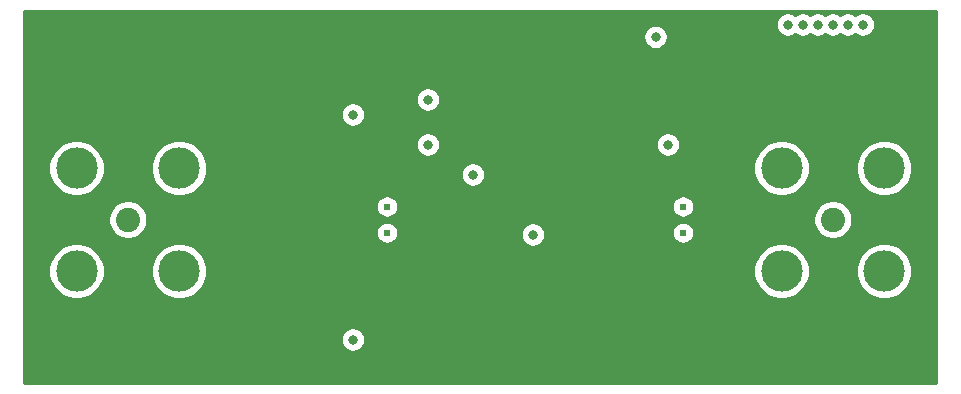
<source format=gbr>
G04 #@! TF.GenerationSoftware,KiCad,Pcbnew,5.1.5-52549c5~84~ubuntu18.04.1*
G04 #@! TF.CreationDate,2020-02-07T09:47:04+09:30*
G04 #@! TF.ProjectId,frontend,66726f6e-7465-46e6-942e-6b696361645f,rev?*
G04 #@! TF.SameCoordinates,Original*
G04 #@! TF.FileFunction,Copper,L2,Bot*
G04 #@! TF.FilePolarity,Positive*
%FSLAX46Y46*%
G04 Gerber Fmt 4.6, Leading zero omitted, Abs format (unit mm)*
G04 Created by KiCad (PCBNEW 5.1.5-52549c5~84~ubuntu18.04.1) date 2020-02-07 09:47:04*
%MOMM*%
%LPD*%
G04 APERTURE LIST*
%ADD10C,3.500000*%
%ADD11C,2.050000*%
%ADD12C,0.610000*%
%ADD13C,0.800000*%
%ADD14C,0.254000*%
G04 APERTURE END LIST*
D10*
X234220000Y-123920000D03*
X225520000Y-123920000D03*
X225520000Y-132620000D03*
D11*
X229870000Y-128270000D03*
D10*
X234220000Y-132620000D03*
D12*
X192125000Y-127165000D03*
X192125000Y-129375000D03*
D10*
X174530000Y-132620000D03*
D11*
X170180000Y-128270000D03*
D10*
X165830000Y-132620000D03*
X165830000Y-123920000D03*
X174530000Y-123920000D03*
D12*
X217170000Y-127165000D03*
X217170000Y-129375000D03*
D13*
X226060000Y-111760000D03*
X227330000Y-111760000D03*
X232410000Y-111760000D03*
X231140000Y-111760000D03*
X228600000Y-111760000D03*
X229870000Y-111760000D03*
X204470000Y-129540000D03*
X215900000Y-121920000D03*
X214860000Y-112800000D03*
X195580000Y-118110000D03*
X189230000Y-138430000D03*
X189230000Y-119380000D03*
X199390000Y-124460000D03*
X195580000Y-121920000D03*
D14*
G36*
X238633000Y-142113000D02*
G01*
X161417000Y-142113000D01*
X161417000Y-138328061D01*
X188195000Y-138328061D01*
X188195000Y-138531939D01*
X188234774Y-138731898D01*
X188312795Y-138920256D01*
X188426063Y-139089774D01*
X188570226Y-139233937D01*
X188739744Y-139347205D01*
X188928102Y-139425226D01*
X189128061Y-139465000D01*
X189331939Y-139465000D01*
X189531898Y-139425226D01*
X189720256Y-139347205D01*
X189889774Y-139233937D01*
X190033937Y-139089774D01*
X190147205Y-138920256D01*
X190225226Y-138731898D01*
X190265000Y-138531939D01*
X190265000Y-138328061D01*
X190225226Y-138128102D01*
X190147205Y-137939744D01*
X190033937Y-137770226D01*
X189889774Y-137626063D01*
X189720256Y-137512795D01*
X189531898Y-137434774D01*
X189331939Y-137395000D01*
X189128061Y-137395000D01*
X188928102Y-137434774D01*
X188739744Y-137512795D01*
X188570226Y-137626063D01*
X188426063Y-137770226D01*
X188312795Y-137939744D01*
X188234774Y-138128102D01*
X188195000Y-138328061D01*
X161417000Y-138328061D01*
X161417000Y-132385098D01*
X163445000Y-132385098D01*
X163445000Y-132854902D01*
X163536654Y-133315679D01*
X163716440Y-133749721D01*
X163977450Y-134140349D01*
X164309651Y-134472550D01*
X164700279Y-134733560D01*
X165134321Y-134913346D01*
X165595098Y-135005000D01*
X166064902Y-135005000D01*
X166525679Y-134913346D01*
X166959721Y-134733560D01*
X167350349Y-134472550D01*
X167682550Y-134140349D01*
X167943560Y-133749721D01*
X168123346Y-133315679D01*
X168215000Y-132854902D01*
X168215000Y-132385098D01*
X172145000Y-132385098D01*
X172145000Y-132854902D01*
X172236654Y-133315679D01*
X172416440Y-133749721D01*
X172677450Y-134140349D01*
X173009651Y-134472550D01*
X173400279Y-134733560D01*
X173834321Y-134913346D01*
X174295098Y-135005000D01*
X174764902Y-135005000D01*
X175225679Y-134913346D01*
X175659721Y-134733560D01*
X176050349Y-134472550D01*
X176382550Y-134140349D01*
X176643560Y-133749721D01*
X176823346Y-133315679D01*
X176915000Y-132854902D01*
X176915000Y-132385098D01*
X223135000Y-132385098D01*
X223135000Y-132854902D01*
X223226654Y-133315679D01*
X223406440Y-133749721D01*
X223667450Y-134140349D01*
X223999651Y-134472550D01*
X224390279Y-134733560D01*
X224824321Y-134913346D01*
X225285098Y-135005000D01*
X225754902Y-135005000D01*
X226215679Y-134913346D01*
X226649721Y-134733560D01*
X227040349Y-134472550D01*
X227372550Y-134140349D01*
X227633560Y-133749721D01*
X227813346Y-133315679D01*
X227905000Y-132854902D01*
X227905000Y-132385098D01*
X231835000Y-132385098D01*
X231835000Y-132854902D01*
X231926654Y-133315679D01*
X232106440Y-133749721D01*
X232367450Y-134140349D01*
X232699651Y-134472550D01*
X233090279Y-134733560D01*
X233524321Y-134913346D01*
X233985098Y-135005000D01*
X234454902Y-135005000D01*
X234915679Y-134913346D01*
X235349721Y-134733560D01*
X235740349Y-134472550D01*
X236072550Y-134140349D01*
X236333560Y-133749721D01*
X236513346Y-133315679D01*
X236605000Y-132854902D01*
X236605000Y-132385098D01*
X236513346Y-131924321D01*
X236333560Y-131490279D01*
X236072550Y-131099651D01*
X235740349Y-130767450D01*
X235349721Y-130506440D01*
X234915679Y-130326654D01*
X234454902Y-130235000D01*
X233985098Y-130235000D01*
X233524321Y-130326654D01*
X233090279Y-130506440D01*
X232699651Y-130767450D01*
X232367450Y-131099651D01*
X232106440Y-131490279D01*
X231926654Y-131924321D01*
X231835000Y-132385098D01*
X227905000Y-132385098D01*
X227813346Y-131924321D01*
X227633560Y-131490279D01*
X227372550Y-131099651D01*
X227040349Y-130767450D01*
X226649721Y-130506440D01*
X226215679Y-130326654D01*
X225754902Y-130235000D01*
X225285098Y-130235000D01*
X224824321Y-130326654D01*
X224390279Y-130506440D01*
X223999651Y-130767450D01*
X223667450Y-131099651D01*
X223406440Y-131490279D01*
X223226654Y-131924321D01*
X223135000Y-132385098D01*
X176915000Y-132385098D01*
X176823346Y-131924321D01*
X176643560Y-131490279D01*
X176382550Y-131099651D01*
X176050349Y-130767450D01*
X175659721Y-130506440D01*
X175225679Y-130326654D01*
X174764902Y-130235000D01*
X174295098Y-130235000D01*
X173834321Y-130326654D01*
X173400279Y-130506440D01*
X173009651Y-130767450D01*
X172677450Y-131099651D01*
X172416440Y-131490279D01*
X172236654Y-131924321D01*
X172145000Y-132385098D01*
X168215000Y-132385098D01*
X168123346Y-131924321D01*
X167943560Y-131490279D01*
X167682550Y-131099651D01*
X167350349Y-130767450D01*
X166959721Y-130506440D01*
X166525679Y-130326654D01*
X166064902Y-130235000D01*
X165595098Y-130235000D01*
X165134321Y-130326654D01*
X164700279Y-130506440D01*
X164309651Y-130767450D01*
X163977450Y-131099651D01*
X163716440Y-131490279D01*
X163536654Y-131924321D01*
X163445000Y-132385098D01*
X161417000Y-132385098D01*
X161417000Y-128106504D01*
X168520000Y-128106504D01*
X168520000Y-128433496D01*
X168583793Y-128754204D01*
X168708927Y-129056305D01*
X168890594Y-129328188D01*
X169121812Y-129559406D01*
X169393695Y-129741073D01*
X169695796Y-129866207D01*
X170016504Y-129930000D01*
X170343496Y-129930000D01*
X170664204Y-129866207D01*
X170966305Y-129741073D01*
X171238188Y-129559406D01*
X171469406Y-129328188D01*
X171499988Y-129282418D01*
X191185000Y-129282418D01*
X191185000Y-129467582D01*
X191221124Y-129649188D01*
X191291983Y-129820257D01*
X191394855Y-129974215D01*
X191525785Y-130105145D01*
X191679743Y-130208017D01*
X191850812Y-130278876D01*
X192032418Y-130315000D01*
X192217582Y-130315000D01*
X192399188Y-130278876D01*
X192570257Y-130208017D01*
X192724215Y-130105145D01*
X192855145Y-129974215D01*
X192958017Y-129820257D01*
X193028876Y-129649188D01*
X193065000Y-129467582D01*
X193065000Y-129438061D01*
X203435000Y-129438061D01*
X203435000Y-129641939D01*
X203474774Y-129841898D01*
X203552795Y-130030256D01*
X203666063Y-130199774D01*
X203810226Y-130343937D01*
X203979744Y-130457205D01*
X204168102Y-130535226D01*
X204368061Y-130575000D01*
X204571939Y-130575000D01*
X204771898Y-130535226D01*
X204960256Y-130457205D01*
X205129774Y-130343937D01*
X205273937Y-130199774D01*
X205387205Y-130030256D01*
X205465226Y-129841898D01*
X205505000Y-129641939D01*
X205505000Y-129438061D01*
X205474041Y-129282418D01*
X216230000Y-129282418D01*
X216230000Y-129467582D01*
X216266124Y-129649188D01*
X216336983Y-129820257D01*
X216439855Y-129974215D01*
X216570785Y-130105145D01*
X216724743Y-130208017D01*
X216895812Y-130278876D01*
X217077418Y-130315000D01*
X217262582Y-130315000D01*
X217444188Y-130278876D01*
X217615257Y-130208017D01*
X217769215Y-130105145D01*
X217900145Y-129974215D01*
X218003017Y-129820257D01*
X218073876Y-129649188D01*
X218110000Y-129467582D01*
X218110000Y-129282418D01*
X218073876Y-129100812D01*
X218003017Y-128929743D01*
X217900145Y-128775785D01*
X217769215Y-128644855D01*
X217615257Y-128541983D01*
X217444188Y-128471124D01*
X217262582Y-128435000D01*
X217077418Y-128435000D01*
X216895812Y-128471124D01*
X216724743Y-128541983D01*
X216570785Y-128644855D01*
X216439855Y-128775785D01*
X216336983Y-128929743D01*
X216266124Y-129100812D01*
X216230000Y-129282418D01*
X205474041Y-129282418D01*
X205465226Y-129238102D01*
X205387205Y-129049744D01*
X205273937Y-128880226D01*
X205129774Y-128736063D01*
X204960256Y-128622795D01*
X204771898Y-128544774D01*
X204571939Y-128505000D01*
X204368061Y-128505000D01*
X204168102Y-128544774D01*
X203979744Y-128622795D01*
X203810226Y-128736063D01*
X203666063Y-128880226D01*
X203552795Y-129049744D01*
X203474774Y-129238102D01*
X203435000Y-129438061D01*
X193065000Y-129438061D01*
X193065000Y-129282418D01*
X193028876Y-129100812D01*
X192958017Y-128929743D01*
X192855145Y-128775785D01*
X192724215Y-128644855D01*
X192570257Y-128541983D01*
X192399188Y-128471124D01*
X192217582Y-128435000D01*
X192032418Y-128435000D01*
X191850812Y-128471124D01*
X191679743Y-128541983D01*
X191525785Y-128644855D01*
X191394855Y-128775785D01*
X191291983Y-128929743D01*
X191221124Y-129100812D01*
X191185000Y-129282418D01*
X171499988Y-129282418D01*
X171651073Y-129056305D01*
X171776207Y-128754204D01*
X171840000Y-128433496D01*
X171840000Y-128106504D01*
X228210000Y-128106504D01*
X228210000Y-128433496D01*
X228273793Y-128754204D01*
X228398927Y-129056305D01*
X228580594Y-129328188D01*
X228811812Y-129559406D01*
X229083695Y-129741073D01*
X229385796Y-129866207D01*
X229706504Y-129930000D01*
X230033496Y-129930000D01*
X230354204Y-129866207D01*
X230656305Y-129741073D01*
X230928188Y-129559406D01*
X231159406Y-129328188D01*
X231341073Y-129056305D01*
X231466207Y-128754204D01*
X231530000Y-128433496D01*
X231530000Y-128106504D01*
X231466207Y-127785796D01*
X231341073Y-127483695D01*
X231159406Y-127211812D01*
X230928188Y-126980594D01*
X230656305Y-126798927D01*
X230354204Y-126673793D01*
X230033496Y-126610000D01*
X229706504Y-126610000D01*
X229385796Y-126673793D01*
X229083695Y-126798927D01*
X228811812Y-126980594D01*
X228580594Y-127211812D01*
X228398927Y-127483695D01*
X228273793Y-127785796D01*
X228210000Y-128106504D01*
X171840000Y-128106504D01*
X171776207Y-127785796D01*
X171651073Y-127483695D01*
X171469406Y-127211812D01*
X171330012Y-127072418D01*
X191185000Y-127072418D01*
X191185000Y-127257582D01*
X191221124Y-127439188D01*
X191291983Y-127610257D01*
X191394855Y-127764215D01*
X191525785Y-127895145D01*
X191679743Y-127998017D01*
X191850812Y-128068876D01*
X192032418Y-128105000D01*
X192217582Y-128105000D01*
X192399188Y-128068876D01*
X192570257Y-127998017D01*
X192724215Y-127895145D01*
X192855145Y-127764215D01*
X192958017Y-127610257D01*
X193028876Y-127439188D01*
X193065000Y-127257582D01*
X193065000Y-127072418D01*
X216230000Y-127072418D01*
X216230000Y-127257582D01*
X216266124Y-127439188D01*
X216336983Y-127610257D01*
X216439855Y-127764215D01*
X216570785Y-127895145D01*
X216724743Y-127998017D01*
X216895812Y-128068876D01*
X217077418Y-128105000D01*
X217262582Y-128105000D01*
X217444188Y-128068876D01*
X217615257Y-127998017D01*
X217769215Y-127895145D01*
X217900145Y-127764215D01*
X218003017Y-127610257D01*
X218073876Y-127439188D01*
X218110000Y-127257582D01*
X218110000Y-127072418D01*
X218073876Y-126890812D01*
X218003017Y-126719743D01*
X217900145Y-126565785D01*
X217769215Y-126434855D01*
X217615257Y-126331983D01*
X217444188Y-126261124D01*
X217262582Y-126225000D01*
X217077418Y-126225000D01*
X216895812Y-126261124D01*
X216724743Y-126331983D01*
X216570785Y-126434855D01*
X216439855Y-126565785D01*
X216336983Y-126719743D01*
X216266124Y-126890812D01*
X216230000Y-127072418D01*
X193065000Y-127072418D01*
X193028876Y-126890812D01*
X192958017Y-126719743D01*
X192855145Y-126565785D01*
X192724215Y-126434855D01*
X192570257Y-126331983D01*
X192399188Y-126261124D01*
X192217582Y-126225000D01*
X192032418Y-126225000D01*
X191850812Y-126261124D01*
X191679743Y-126331983D01*
X191525785Y-126434855D01*
X191394855Y-126565785D01*
X191291983Y-126719743D01*
X191221124Y-126890812D01*
X191185000Y-127072418D01*
X171330012Y-127072418D01*
X171238188Y-126980594D01*
X170966305Y-126798927D01*
X170664204Y-126673793D01*
X170343496Y-126610000D01*
X170016504Y-126610000D01*
X169695796Y-126673793D01*
X169393695Y-126798927D01*
X169121812Y-126980594D01*
X168890594Y-127211812D01*
X168708927Y-127483695D01*
X168583793Y-127785796D01*
X168520000Y-128106504D01*
X161417000Y-128106504D01*
X161417000Y-123685098D01*
X163445000Y-123685098D01*
X163445000Y-124154902D01*
X163536654Y-124615679D01*
X163716440Y-125049721D01*
X163977450Y-125440349D01*
X164309651Y-125772550D01*
X164700279Y-126033560D01*
X165134321Y-126213346D01*
X165595098Y-126305000D01*
X166064902Y-126305000D01*
X166525679Y-126213346D01*
X166959721Y-126033560D01*
X167350349Y-125772550D01*
X167682550Y-125440349D01*
X167943560Y-125049721D01*
X168123346Y-124615679D01*
X168215000Y-124154902D01*
X168215000Y-123685098D01*
X172145000Y-123685098D01*
X172145000Y-124154902D01*
X172236654Y-124615679D01*
X172416440Y-125049721D01*
X172677450Y-125440349D01*
X173009651Y-125772550D01*
X173400279Y-126033560D01*
X173834321Y-126213346D01*
X174295098Y-126305000D01*
X174764902Y-126305000D01*
X175225679Y-126213346D01*
X175659721Y-126033560D01*
X176050349Y-125772550D01*
X176382550Y-125440349D01*
X176643560Y-125049721D01*
X176823346Y-124615679D01*
X176874589Y-124358061D01*
X198355000Y-124358061D01*
X198355000Y-124561939D01*
X198394774Y-124761898D01*
X198472795Y-124950256D01*
X198586063Y-125119774D01*
X198730226Y-125263937D01*
X198899744Y-125377205D01*
X199088102Y-125455226D01*
X199288061Y-125495000D01*
X199491939Y-125495000D01*
X199691898Y-125455226D01*
X199880256Y-125377205D01*
X200049774Y-125263937D01*
X200193937Y-125119774D01*
X200307205Y-124950256D01*
X200385226Y-124761898D01*
X200425000Y-124561939D01*
X200425000Y-124358061D01*
X200385226Y-124158102D01*
X200307205Y-123969744D01*
X200193937Y-123800226D01*
X200078809Y-123685098D01*
X223135000Y-123685098D01*
X223135000Y-124154902D01*
X223226654Y-124615679D01*
X223406440Y-125049721D01*
X223667450Y-125440349D01*
X223999651Y-125772550D01*
X224390279Y-126033560D01*
X224824321Y-126213346D01*
X225285098Y-126305000D01*
X225754902Y-126305000D01*
X226215679Y-126213346D01*
X226649721Y-126033560D01*
X227040349Y-125772550D01*
X227372550Y-125440349D01*
X227633560Y-125049721D01*
X227813346Y-124615679D01*
X227905000Y-124154902D01*
X227905000Y-123685098D01*
X231835000Y-123685098D01*
X231835000Y-124154902D01*
X231926654Y-124615679D01*
X232106440Y-125049721D01*
X232367450Y-125440349D01*
X232699651Y-125772550D01*
X233090279Y-126033560D01*
X233524321Y-126213346D01*
X233985098Y-126305000D01*
X234454902Y-126305000D01*
X234915679Y-126213346D01*
X235349721Y-126033560D01*
X235740349Y-125772550D01*
X236072550Y-125440349D01*
X236333560Y-125049721D01*
X236513346Y-124615679D01*
X236605000Y-124154902D01*
X236605000Y-123685098D01*
X236513346Y-123224321D01*
X236333560Y-122790279D01*
X236072550Y-122399651D01*
X235740349Y-122067450D01*
X235349721Y-121806440D01*
X234915679Y-121626654D01*
X234454902Y-121535000D01*
X233985098Y-121535000D01*
X233524321Y-121626654D01*
X233090279Y-121806440D01*
X232699651Y-122067450D01*
X232367450Y-122399651D01*
X232106440Y-122790279D01*
X231926654Y-123224321D01*
X231835000Y-123685098D01*
X227905000Y-123685098D01*
X227813346Y-123224321D01*
X227633560Y-122790279D01*
X227372550Y-122399651D01*
X227040349Y-122067450D01*
X226649721Y-121806440D01*
X226215679Y-121626654D01*
X225754902Y-121535000D01*
X225285098Y-121535000D01*
X224824321Y-121626654D01*
X224390279Y-121806440D01*
X223999651Y-122067450D01*
X223667450Y-122399651D01*
X223406440Y-122790279D01*
X223226654Y-123224321D01*
X223135000Y-123685098D01*
X200078809Y-123685098D01*
X200049774Y-123656063D01*
X199880256Y-123542795D01*
X199691898Y-123464774D01*
X199491939Y-123425000D01*
X199288061Y-123425000D01*
X199088102Y-123464774D01*
X198899744Y-123542795D01*
X198730226Y-123656063D01*
X198586063Y-123800226D01*
X198472795Y-123969744D01*
X198394774Y-124158102D01*
X198355000Y-124358061D01*
X176874589Y-124358061D01*
X176915000Y-124154902D01*
X176915000Y-123685098D01*
X176823346Y-123224321D01*
X176643560Y-122790279D01*
X176382550Y-122399651D01*
X176050349Y-122067450D01*
X175677114Y-121818061D01*
X194545000Y-121818061D01*
X194545000Y-122021939D01*
X194584774Y-122221898D01*
X194662795Y-122410256D01*
X194776063Y-122579774D01*
X194920226Y-122723937D01*
X195089744Y-122837205D01*
X195278102Y-122915226D01*
X195478061Y-122955000D01*
X195681939Y-122955000D01*
X195881898Y-122915226D01*
X196070256Y-122837205D01*
X196239774Y-122723937D01*
X196383937Y-122579774D01*
X196497205Y-122410256D01*
X196575226Y-122221898D01*
X196615000Y-122021939D01*
X196615000Y-121818061D01*
X214865000Y-121818061D01*
X214865000Y-122021939D01*
X214904774Y-122221898D01*
X214982795Y-122410256D01*
X215096063Y-122579774D01*
X215240226Y-122723937D01*
X215409744Y-122837205D01*
X215598102Y-122915226D01*
X215798061Y-122955000D01*
X216001939Y-122955000D01*
X216201898Y-122915226D01*
X216390256Y-122837205D01*
X216559774Y-122723937D01*
X216703937Y-122579774D01*
X216817205Y-122410256D01*
X216895226Y-122221898D01*
X216935000Y-122021939D01*
X216935000Y-121818061D01*
X216895226Y-121618102D01*
X216817205Y-121429744D01*
X216703937Y-121260226D01*
X216559774Y-121116063D01*
X216390256Y-121002795D01*
X216201898Y-120924774D01*
X216001939Y-120885000D01*
X215798061Y-120885000D01*
X215598102Y-120924774D01*
X215409744Y-121002795D01*
X215240226Y-121116063D01*
X215096063Y-121260226D01*
X214982795Y-121429744D01*
X214904774Y-121618102D01*
X214865000Y-121818061D01*
X196615000Y-121818061D01*
X196575226Y-121618102D01*
X196497205Y-121429744D01*
X196383937Y-121260226D01*
X196239774Y-121116063D01*
X196070256Y-121002795D01*
X195881898Y-120924774D01*
X195681939Y-120885000D01*
X195478061Y-120885000D01*
X195278102Y-120924774D01*
X195089744Y-121002795D01*
X194920226Y-121116063D01*
X194776063Y-121260226D01*
X194662795Y-121429744D01*
X194584774Y-121618102D01*
X194545000Y-121818061D01*
X175677114Y-121818061D01*
X175659721Y-121806440D01*
X175225679Y-121626654D01*
X174764902Y-121535000D01*
X174295098Y-121535000D01*
X173834321Y-121626654D01*
X173400279Y-121806440D01*
X173009651Y-122067450D01*
X172677450Y-122399651D01*
X172416440Y-122790279D01*
X172236654Y-123224321D01*
X172145000Y-123685098D01*
X168215000Y-123685098D01*
X168123346Y-123224321D01*
X167943560Y-122790279D01*
X167682550Y-122399651D01*
X167350349Y-122067450D01*
X166959721Y-121806440D01*
X166525679Y-121626654D01*
X166064902Y-121535000D01*
X165595098Y-121535000D01*
X165134321Y-121626654D01*
X164700279Y-121806440D01*
X164309651Y-122067450D01*
X163977450Y-122399651D01*
X163716440Y-122790279D01*
X163536654Y-123224321D01*
X163445000Y-123685098D01*
X161417000Y-123685098D01*
X161417000Y-119278061D01*
X188195000Y-119278061D01*
X188195000Y-119481939D01*
X188234774Y-119681898D01*
X188312795Y-119870256D01*
X188426063Y-120039774D01*
X188570226Y-120183937D01*
X188739744Y-120297205D01*
X188928102Y-120375226D01*
X189128061Y-120415000D01*
X189331939Y-120415000D01*
X189531898Y-120375226D01*
X189720256Y-120297205D01*
X189889774Y-120183937D01*
X190033937Y-120039774D01*
X190147205Y-119870256D01*
X190225226Y-119681898D01*
X190265000Y-119481939D01*
X190265000Y-119278061D01*
X190225226Y-119078102D01*
X190147205Y-118889744D01*
X190033937Y-118720226D01*
X189889774Y-118576063D01*
X189720256Y-118462795D01*
X189531898Y-118384774D01*
X189331939Y-118345000D01*
X189128061Y-118345000D01*
X188928102Y-118384774D01*
X188739744Y-118462795D01*
X188570226Y-118576063D01*
X188426063Y-118720226D01*
X188312795Y-118889744D01*
X188234774Y-119078102D01*
X188195000Y-119278061D01*
X161417000Y-119278061D01*
X161417000Y-118008061D01*
X194545000Y-118008061D01*
X194545000Y-118211939D01*
X194584774Y-118411898D01*
X194662795Y-118600256D01*
X194776063Y-118769774D01*
X194920226Y-118913937D01*
X195089744Y-119027205D01*
X195278102Y-119105226D01*
X195478061Y-119145000D01*
X195681939Y-119145000D01*
X195881898Y-119105226D01*
X196070256Y-119027205D01*
X196239774Y-118913937D01*
X196383937Y-118769774D01*
X196497205Y-118600256D01*
X196575226Y-118411898D01*
X196615000Y-118211939D01*
X196615000Y-118008061D01*
X196575226Y-117808102D01*
X196497205Y-117619744D01*
X196383937Y-117450226D01*
X196239774Y-117306063D01*
X196070256Y-117192795D01*
X195881898Y-117114774D01*
X195681939Y-117075000D01*
X195478061Y-117075000D01*
X195278102Y-117114774D01*
X195089744Y-117192795D01*
X194920226Y-117306063D01*
X194776063Y-117450226D01*
X194662795Y-117619744D01*
X194584774Y-117808102D01*
X194545000Y-118008061D01*
X161417000Y-118008061D01*
X161417000Y-112698061D01*
X213825000Y-112698061D01*
X213825000Y-112901939D01*
X213864774Y-113101898D01*
X213942795Y-113290256D01*
X214056063Y-113459774D01*
X214200226Y-113603937D01*
X214369744Y-113717205D01*
X214558102Y-113795226D01*
X214758061Y-113835000D01*
X214961939Y-113835000D01*
X215161898Y-113795226D01*
X215350256Y-113717205D01*
X215519774Y-113603937D01*
X215663937Y-113459774D01*
X215777205Y-113290256D01*
X215855226Y-113101898D01*
X215895000Y-112901939D01*
X215895000Y-112698061D01*
X215855226Y-112498102D01*
X215777205Y-112309744D01*
X215663937Y-112140226D01*
X215519774Y-111996063D01*
X215350256Y-111882795D01*
X215161898Y-111804774D01*
X214961939Y-111765000D01*
X214758061Y-111765000D01*
X214558102Y-111804774D01*
X214369744Y-111882795D01*
X214200226Y-111996063D01*
X214056063Y-112140226D01*
X213942795Y-112309744D01*
X213864774Y-112498102D01*
X213825000Y-112698061D01*
X161417000Y-112698061D01*
X161417000Y-111658061D01*
X225025000Y-111658061D01*
X225025000Y-111861939D01*
X225064774Y-112061898D01*
X225142795Y-112250256D01*
X225256063Y-112419774D01*
X225400226Y-112563937D01*
X225569744Y-112677205D01*
X225758102Y-112755226D01*
X225958061Y-112795000D01*
X226161939Y-112795000D01*
X226361898Y-112755226D01*
X226550256Y-112677205D01*
X226695000Y-112580490D01*
X226839744Y-112677205D01*
X227028102Y-112755226D01*
X227228061Y-112795000D01*
X227431939Y-112795000D01*
X227631898Y-112755226D01*
X227820256Y-112677205D01*
X227965000Y-112580490D01*
X228109744Y-112677205D01*
X228298102Y-112755226D01*
X228498061Y-112795000D01*
X228701939Y-112795000D01*
X228901898Y-112755226D01*
X229090256Y-112677205D01*
X229235000Y-112580490D01*
X229379744Y-112677205D01*
X229568102Y-112755226D01*
X229768061Y-112795000D01*
X229971939Y-112795000D01*
X230171898Y-112755226D01*
X230360256Y-112677205D01*
X230505000Y-112580490D01*
X230649744Y-112677205D01*
X230838102Y-112755226D01*
X231038061Y-112795000D01*
X231241939Y-112795000D01*
X231441898Y-112755226D01*
X231630256Y-112677205D01*
X231775000Y-112580490D01*
X231919744Y-112677205D01*
X232108102Y-112755226D01*
X232308061Y-112795000D01*
X232511939Y-112795000D01*
X232711898Y-112755226D01*
X232900256Y-112677205D01*
X233069774Y-112563937D01*
X233213937Y-112419774D01*
X233327205Y-112250256D01*
X233405226Y-112061898D01*
X233445000Y-111861939D01*
X233445000Y-111658061D01*
X233405226Y-111458102D01*
X233327205Y-111269744D01*
X233213937Y-111100226D01*
X233069774Y-110956063D01*
X232900256Y-110842795D01*
X232711898Y-110764774D01*
X232511939Y-110725000D01*
X232308061Y-110725000D01*
X232108102Y-110764774D01*
X231919744Y-110842795D01*
X231775000Y-110939510D01*
X231630256Y-110842795D01*
X231441898Y-110764774D01*
X231241939Y-110725000D01*
X231038061Y-110725000D01*
X230838102Y-110764774D01*
X230649744Y-110842795D01*
X230505000Y-110939510D01*
X230360256Y-110842795D01*
X230171898Y-110764774D01*
X229971939Y-110725000D01*
X229768061Y-110725000D01*
X229568102Y-110764774D01*
X229379744Y-110842795D01*
X229235000Y-110939510D01*
X229090256Y-110842795D01*
X228901898Y-110764774D01*
X228701939Y-110725000D01*
X228498061Y-110725000D01*
X228298102Y-110764774D01*
X228109744Y-110842795D01*
X227965000Y-110939510D01*
X227820256Y-110842795D01*
X227631898Y-110764774D01*
X227431939Y-110725000D01*
X227228061Y-110725000D01*
X227028102Y-110764774D01*
X226839744Y-110842795D01*
X226695000Y-110939510D01*
X226550256Y-110842795D01*
X226361898Y-110764774D01*
X226161939Y-110725000D01*
X225958061Y-110725000D01*
X225758102Y-110764774D01*
X225569744Y-110842795D01*
X225400226Y-110956063D01*
X225256063Y-111100226D01*
X225142795Y-111269744D01*
X225064774Y-111458102D01*
X225025000Y-111658061D01*
X161417000Y-111658061D01*
X161417000Y-110617000D01*
X238633000Y-110617000D01*
X238633000Y-142113000D01*
G37*
X238633000Y-142113000D02*
X161417000Y-142113000D01*
X161417000Y-138328061D01*
X188195000Y-138328061D01*
X188195000Y-138531939D01*
X188234774Y-138731898D01*
X188312795Y-138920256D01*
X188426063Y-139089774D01*
X188570226Y-139233937D01*
X188739744Y-139347205D01*
X188928102Y-139425226D01*
X189128061Y-139465000D01*
X189331939Y-139465000D01*
X189531898Y-139425226D01*
X189720256Y-139347205D01*
X189889774Y-139233937D01*
X190033937Y-139089774D01*
X190147205Y-138920256D01*
X190225226Y-138731898D01*
X190265000Y-138531939D01*
X190265000Y-138328061D01*
X190225226Y-138128102D01*
X190147205Y-137939744D01*
X190033937Y-137770226D01*
X189889774Y-137626063D01*
X189720256Y-137512795D01*
X189531898Y-137434774D01*
X189331939Y-137395000D01*
X189128061Y-137395000D01*
X188928102Y-137434774D01*
X188739744Y-137512795D01*
X188570226Y-137626063D01*
X188426063Y-137770226D01*
X188312795Y-137939744D01*
X188234774Y-138128102D01*
X188195000Y-138328061D01*
X161417000Y-138328061D01*
X161417000Y-132385098D01*
X163445000Y-132385098D01*
X163445000Y-132854902D01*
X163536654Y-133315679D01*
X163716440Y-133749721D01*
X163977450Y-134140349D01*
X164309651Y-134472550D01*
X164700279Y-134733560D01*
X165134321Y-134913346D01*
X165595098Y-135005000D01*
X166064902Y-135005000D01*
X166525679Y-134913346D01*
X166959721Y-134733560D01*
X167350349Y-134472550D01*
X167682550Y-134140349D01*
X167943560Y-133749721D01*
X168123346Y-133315679D01*
X168215000Y-132854902D01*
X168215000Y-132385098D01*
X172145000Y-132385098D01*
X172145000Y-132854902D01*
X172236654Y-133315679D01*
X172416440Y-133749721D01*
X172677450Y-134140349D01*
X173009651Y-134472550D01*
X173400279Y-134733560D01*
X173834321Y-134913346D01*
X174295098Y-135005000D01*
X174764902Y-135005000D01*
X175225679Y-134913346D01*
X175659721Y-134733560D01*
X176050349Y-134472550D01*
X176382550Y-134140349D01*
X176643560Y-133749721D01*
X176823346Y-133315679D01*
X176915000Y-132854902D01*
X176915000Y-132385098D01*
X223135000Y-132385098D01*
X223135000Y-132854902D01*
X223226654Y-133315679D01*
X223406440Y-133749721D01*
X223667450Y-134140349D01*
X223999651Y-134472550D01*
X224390279Y-134733560D01*
X224824321Y-134913346D01*
X225285098Y-135005000D01*
X225754902Y-135005000D01*
X226215679Y-134913346D01*
X226649721Y-134733560D01*
X227040349Y-134472550D01*
X227372550Y-134140349D01*
X227633560Y-133749721D01*
X227813346Y-133315679D01*
X227905000Y-132854902D01*
X227905000Y-132385098D01*
X231835000Y-132385098D01*
X231835000Y-132854902D01*
X231926654Y-133315679D01*
X232106440Y-133749721D01*
X232367450Y-134140349D01*
X232699651Y-134472550D01*
X233090279Y-134733560D01*
X233524321Y-134913346D01*
X233985098Y-135005000D01*
X234454902Y-135005000D01*
X234915679Y-134913346D01*
X235349721Y-134733560D01*
X235740349Y-134472550D01*
X236072550Y-134140349D01*
X236333560Y-133749721D01*
X236513346Y-133315679D01*
X236605000Y-132854902D01*
X236605000Y-132385098D01*
X236513346Y-131924321D01*
X236333560Y-131490279D01*
X236072550Y-131099651D01*
X235740349Y-130767450D01*
X235349721Y-130506440D01*
X234915679Y-130326654D01*
X234454902Y-130235000D01*
X233985098Y-130235000D01*
X233524321Y-130326654D01*
X233090279Y-130506440D01*
X232699651Y-130767450D01*
X232367450Y-131099651D01*
X232106440Y-131490279D01*
X231926654Y-131924321D01*
X231835000Y-132385098D01*
X227905000Y-132385098D01*
X227813346Y-131924321D01*
X227633560Y-131490279D01*
X227372550Y-131099651D01*
X227040349Y-130767450D01*
X226649721Y-130506440D01*
X226215679Y-130326654D01*
X225754902Y-130235000D01*
X225285098Y-130235000D01*
X224824321Y-130326654D01*
X224390279Y-130506440D01*
X223999651Y-130767450D01*
X223667450Y-131099651D01*
X223406440Y-131490279D01*
X223226654Y-131924321D01*
X223135000Y-132385098D01*
X176915000Y-132385098D01*
X176823346Y-131924321D01*
X176643560Y-131490279D01*
X176382550Y-131099651D01*
X176050349Y-130767450D01*
X175659721Y-130506440D01*
X175225679Y-130326654D01*
X174764902Y-130235000D01*
X174295098Y-130235000D01*
X173834321Y-130326654D01*
X173400279Y-130506440D01*
X173009651Y-130767450D01*
X172677450Y-131099651D01*
X172416440Y-131490279D01*
X172236654Y-131924321D01*
X172145000Y-132385098D01*
X168215000Y-132385098D01*
X168123346Y-131924321D01*
X167943560Y-131490279D01*
X167682550Y-131099651D01*
X167350349Y-130767450D01*
X166959721Y-130506440D01*
X166525679Y-130326654D01*
X166064902Y-130235000D01*
X165595098Y-130235000D01*
X165134321Y-130326654D01*
X164700279Y-130506440D01*
X164309651Y-130767450D01*
X163977450Y-131099651D01*
X163716440Y-131490279D01*
X163536654Y-131924321D01*
X163445000Y-132385098D01*
X161417000Y-132385098D01*
X161417000Y-128106504D01*
X168520000Y-128106504D01*
X168520000Y-128433496D01*
X168583793Y-128754204D01*
X168708927Y-129056305D01*
X168890594Y-129328188D01*
X169121812Y-129559406D01*
X169393695Y-129741073D01*
X169695796Y-129866207D01*
X170016504Y-129930000D01*
X170343496Y-129930000D01*
X170664204Y-129866207D01*
X170966305Y-129741073D01*
X171238188Y-129559406D01*
X171469406Y-129328188D01*
X171499988Y-129282418D01*
X191185000Y-129282418D01*
X191185000Y-129467582D01*
X191221124Y-129649188D01*
X191291983Y-129820257D01*
X191394855Y-129974215D01*
X191525785Y-130105145D01*
X191679743Y-130208017D01*
X191850812Y-130278876D01*
X192032418Y-130315000D01*
X192217582Y-130315000D01*
X192399188Y-130278876D01*
X192570257Y-130208017D01*
X192724215Y-130105145D01*
X192855145Y-129974215D01*
X192958017Y-129820257D01*
X193028876Y-129649188D01*
X193065000Y-129467582D01*
X193065000Y-129438061D01*
X203435000Y-129438061D01*
X203435000Y-129641939D01*
X203474774Y-129841898D01*
X203552795Y-130030256D01*
X203666063Y-130199774D01*
X203810226Y-130343937D01*
X203979744Y-130457205D01*
X204168102Y-130535226D01*
X204368061Y-130575000D01*
X204571939Y-130575000D01*
X204771898Y-130535226D01*
X204960256Y-130457205D01*
X205129774Y-130343937D01*
X205273937Y-130199774D01*
X205387205Y-130030256D01*
X205465226Y-129841898D01*
X205505000Y-129641939D01*
X205505000Y-129438061D01*
X205474041Y-129282418D01*
X216230000Y-129282418D01*
X216230000Y-129467582D01*
X216266124Y-129649188D01*
X216336983Y-129820257D01*
X216439855Y-129974215D01*
X216570785Y-130105145D01*
X216724743Y-130208017D01*
X216895812Y-130278876D01*
X217077418Y-130315000D01*
X217262582Y-130315000D01*
X217444188Y-130278876D01*
X217615257Y-130208017D01*
X217769215Y-130105145D01*
X217900145Y-129974215D01*
X218003017Y-129820257D01*
X218073876Y-129649188D01*
X218110000Y-129467582D01*
X218110000Y-129282418D01*
X218073876Y-129100812D01*
X218003017Y-128929743D01*
X217900145Y-128775785D01*
X217769215Y-128644855D01*
X217615257Y-128541983D01*
X217444188Y-128471124D01*
X217262582Y-128435000D01*
X217077418Y-128435000D01*
X216895812Y-128471124D01*
X216724743Y-128541983D01*
X216570785Y-128644855D01*
X216439855Y-128775785D01*
X216336983Y-128929743D01*
X216266124Y-129100812D01*
X216230000Y-129282418D01*
X205474041Y-129282418D01*
X205465226Y-129238102D01*
X205387205Y-129049744D01*
X205273937Y-128880226D01*
X205129774Y-128736063D01*
X204960256Y-128622795D01*
X204771898Y-128544774D01*
X204571939Y-128505000D01*
X204368061Y-128505000D01*
X204168102Y-128544774D01*
X203979744Y-128622795D01*
X203810226Y-128736063D01*
X203666063Y-128880226D01*
X203552795Y-129049744D01*
X203474774Y-129238102D01*
X203435000Y-129438061D01*
X193065000Y-129438061D01*
X193065000Y-129282418D01*
X193028876Y-129100812D01*
X192958017Y-128929743D01*
X192855145Y-128775785D01*
X192724215Y-128644855D01*
X192570257Y-128541983D01*
X192399188Y-128471124D01*
X192217582Y-128435000D01*
X192032418Y-128435000D01*
X191850812Y-128471124D01*
X191679743Y-128541983D01*
X191525785Y-128644855D01*
X191394855Y-128775785D01*
X191291983Y-128929743D01*
X191221124Y-129100812D01*
X191185000Y-129282418D01*
X171499988Y-129282418D01*
X171651073Y-129056305D01*
X171776207Y-128754204D01*
X171840000Y-128433496D01*
X171840000Y-128106504D01*
X228210000Y-128106504D01*
X228210000Y-128433496D01*
X228273793Y-128754204D01*
X228398927Y-129056305D01*
X228580594Y-129328188D01*
X228811812Y-129559406D01*
X229083695Y-129741073D01*
X229385796Y-129866207D01*
X229706504Y-129930000D01*
X230033496Y-129930000D01*
X230354204Y-129866207D01*
X230656305Y-129741073D01*
X230928188Y-129559406D01*
X231159406Y-129328188D01*
X231341073Y-129056305D01*
X231466207Y-128754204D01*
X231530000Y-128433496D01*
X231530000Y-128106504D01*
X231466207Y-127785796D01*
X231341073Y-127483695D01*
X231159406Y-127211812D01*
X230928188Y-126980594D01*
X230656305Y-126798927D01*
X230354204Y-126673793D01*
X230033496Y-126610000D01*
X229706504Y-126610000D01*
X229385796Y-126673793D01*
X229083695Y-126798927D01*
X228811812Y-126980594D01*
X228580594Y-127211812D01*
X228398927Y-127483695D01*
X228273793Y-127785796D01*
X228210000Y-128106504D01*
X171840000Y-128106504D01*
X171776207Y-127785796D01*
X171651073Y-127483695D01*
X171469406Y-127211812D01*
X171330012Y-127072418D01*
X191185000Y-127072418D01*
X191185000Y-127257582D01*
X191221124Y-127439188D01*
X191291983Y-127610257D01*
X191394855Y-127764215D01*
X191525785Y-127895145D01*
X191679743Y-127998017D01*
X191850812Y-128068876D01*
X192032418Y-128105000D01*
X192217582Y-128105000D01*
X192399188Y-128068876D01*
X192570257Y-127998017D01*
X192724215Y-127895145D01*
X192855145Y-127764215D01*
X192958017Y-127610257D01*
X193028876Y-127439188D01*
X193065000Y-127257582D01*
X193065000Y-127072418D01*
X216230000Y-127072418D01*
X216230000Y-127257582D01*
X216266124Y-127439188D01*
X216336983Y-127610257D01*
X216439855Y-127764215D01*
X216570785Y-127895145D01*
X216724743Y-127998017D01*
X216895812Y-128068876D01*
X217077418Y-128105000D01*
X217262582Y-128105000D01*
X217444188Y-128068876D01*
X217615257Y-127998017D01*
X217769215Y-127895145D01*
X217900145Y-127764215D01*
X218003017Y-127610257D01*
X218073876Y-127439188D01*
X218110000Y-127257582D01*
X218110000Y-127072418D01*
X218073876Y-126890812D01*
X218003017Y-126719743D01*
X217900145Y-126565785D01*
X217769215Y-126434855D01*
X217615257Y-126331983D01*
X217444188Y-126261124D01*
X217262582Y-126225000D01*
X217077418Y-126225000D01*
X216895812Y-126261124D01*
X216724743Y-126331983D01*
X216570785Y-126434855D01*
X216439855Y-126565785D01*
X216336983Y-126719743D01*
X216266124Y-126890812D01*
X216230000Y-127072418D01*
X193065000Y-127072418D01*
X193028876Y-126890812D01*
X192958017Y-126719743D01*
X192855145Y-126565785D01*
X192724215Y-126434855D01*
X192570257Y-126331983D01*
X192399188Y-126261124D01*
X192217582Y-126225000D01*
X192032418Y-126225000D01*
X191850812Y-126261124D01*
X191679743Y-126331983D01*
X191525785Y-126434855D01*
X191394855Y-126565785D01*
X191291983Y-126719743D01*
X191221124Y-126890812D01*
X191185000Y-127072418D01*
X171330012Y-127072418D01*
X171238188Y-126980594D01*
X170966305Y-126798927D01*
X170664204Y-126673793D01*
X170343496Y-126610000D01*
X170016504Y-126610000D01*
X169695796Y-126673793D01*
X169393695Y-126798927D01*
X169121812Y-126980594D01*
X168890594Y-127211812D01*
X168708927Y-127483695D01*
X168583793Y-127785796D01*
X168520000Y-128106504D01*
X161417000Y-128106504D01*
X161417000Y-123685098D01*
X163445000Y-123685098D01*
X163445000Y-124154902D01*
X163536654Y-124615679D01*
X163716440Y-125049721D01*
X163977450Y-125440349D01*
X164309651Y-125772550D01*
X164700279Y-126033560D01*
X165134321Y-126213346D01*
X165595098Y-126305000D01*
X166064902Y-126305000D01*
X166525679Y-126213346D01*
X166959721Y-126033560D01*
X167350349Y-125772550D01*
X167682550Y-125440349D01*
X167943560Y-125049721D01*
X168123346Y-124615679D01*
X168215000Y-124154902D01*
X168215000Y-123685098D01*
X172145000Y-123685098D01*
X172145000Y-124154902D01*
X172236654Y-124615679D01*
X172416440Y-125049721D01*
X172677450Y-125440349D01*
X173009651Y-125772550D01*
X173400279Y-126033560D01*
X173834321Y-126213346D01*
X174295098Y-126305000D01*
X174764902Y-126305000D01*
X175225679Y-126213346D01*
X175659721Y-126033560D01*
X176050349Y-125772550D01*
X176382550Y-125440349D01*
X176643560Y-125049721D01*
X176823346Y-124615679D01*
X176874589Y-124358061D01*
X198355000Y-124358061D01*
X198355000Y-124561939D01*
X198394774Y-124761898D01*
X198472795Y-124950256D01*
X198586063Y-125119774D01*
X198730226Y-125263937D01*
X198899744Y-125377205D01*
X199088102Y-125455226D01*
X199288061Y-125495000D01*
X199491939Y-125495000D01*
X199691898Y-125455226D01*
X199880256Y-125377205D01*
X200049774Y-125263937D01*
X200193937Y-125119774D01*
X200307205Y-124950256D01*
X200385226Y-124761898D01*
X200425000Y-124561939D01*
X200425000Y-124358061D01*
X200385226Y-124158102D01*
X200307205Y-123969744D01*
X200193937Y-123800226D01*
X200078809Y-123685098D01*
X223135000Y-123685098D01*
X223135000Y-124154902D01*
X223226654Y-124615679D01*
X223406440Y-125049721D01*
X223667450Y-125440349D01*
X223999651Y-125772550D01*
X224390279Y-126033560D01*
X224824321Y-126213346D01*
X225285098Y-126305000D01*
X225754902Y-126305000D01*
X226215679Y-126213346D01*
X226649721Y-126033560D01*
X227040349Y-125772550D01*
X227372550Y-125440349D01*
X227633560Y-125049721D01*
X227813346Y-124615679D01*
X227905000Y-124154902D01*
X227905000Y-123685098D01*
X231835000Y-123685098D01*
X231835000Y-124154902D01*
X231926654Y-124615679D01*
X232106440Y-125049721D01*
X232367450Y-125440349D01*
X232699651Y-125772550D01*
X233090279Y-126033560D01*
X233524321Y-126213346D01*
X233985098Y-126305000D01*
X234454902Y-126305000D01*
X234915679Y-126213346D01*
X235349721Y-126033560D01*
X235740349Y-125772550D01*
X236072550Y-125440349D01*
X236333560Y-125049721D01*
X236513346Y-124615679D01*
X236605000Y-124154902D01*
X236605000Y-123685098D01*
X236513346Y-123224321D01*
X236333560Y-122790279D01*
X236072550Y-122399651D01*
X235740349Y-122067450D01*
X235349721Y-121806440D01*
X234915679Y-121626654D01*
X234454902Y-121535000D01*
X233985098Y-121535000D01*
X233524321Y-121626654D01*
X233090279Y-121806440D01*
X232699651Y-122067450D01*
X232367450Y-122399651D01*
X232106440Y-122790279D01*
X231926654Y-123224321D01*
X231835000Y-123685098D01*
X227905000Y-123685098D01*
X227813346Y-123224321D01*
X227633560Y-122790279D01*
X227372550Y-122399651D01*
X227040349Y-122067450D01*
X226649721Y-121806440D01*
X226215679Y-121626654D01*
X225754902Y-121535000D01*
X225285098Y-121535000D01*
X224824321Y-121626654D01*
X224390279Y-121806440D01*
X223999651Y-122067450D01*
X223667450Y-122399651D01*
X223406440Y-122790279D01*
X223226654Y-123224321D01*
X223135000Y-123685098D01*
X200078809Y-123685098D01*
X200049774Y-123656063D01*
X199880256Y-123542795D01*
X199691898Y-123464774D01*
X199491939Y-123425000D01*
X199288061Y-123425000D01*
X199088102Y-123464774D01*
X198899744Y-123542795D01*
X198730226Y-123656063D01*
X198586063Y-123800226D01*
X198472795Y-123969744D01*
X198394774Y-124158102D01*
X198355000Y-124358061D01*
X176874589Y-124358061D01*
X176915000Y-124154902D01*
X176915000Y-123685098D01*
X176823346Y-123224321D01*
X176643560Y-122790279D01*
X176382550Y-122399651D01*
X176050349Y-122067450D01*
X175677114Y-121818061D01*
X194545000Y-121818061D01*
X194545000Y-122021939D01*
X194584774Y-122221898D01*
X194662795Y-122410256D01*
X194776063Y-122579774D01*
X194920226Y-122723937D01*
X195089744Y-122837205D01*
X195278102Y-122915226D01*
X195478061Y-122955000D01*
X195681939Y-122955000D01*
X195881898Y-122915226D01*
X196070256Y-122837205D01*
X196239774Y-122723937D01*
X196383937Y-122579774D01*
X196497205Y-122410256D01*
X196575226Y-122221898D01*
X196615000Y-122021939D01*
X196615000Y-121818061D01*
X214865000Y-121818061D01*
X214865000Y-122021939D01*
X214904774Y-122221898D01*
X214982795Y-122410256D01*
X215096063Y-122579774D01*
X215240226Y-122723937D01*
X215409744Y-122837205D01*
X215598102Y-122915226D01*
X215798061Y-122955000D01*
X216001939Y-122955000D01*
X216201898Y-122915226D01*
X216390256Y-122837205D01*
X216559774Y-122723937D01*
X216703937Y-122579774D01*
X216817205Y-122410256D01*
X216895226Y-122221898D01*
X216935000Y-122021939D01*
X216935000Y-121818061D01*
X216895226Y-121618102D01*
X216817205Y-121429744D01*
X216703937Y-121260226D01*
X216559774Y-121116063D01*
X216390256Y-121002795D01*
X216201898Y-120924774D01*
X216001939Y-120885000D01*
X215798061Y-120885000D01*
X215598102Y-120924774D01*
X215409744Y-121002795D01*
X215240226Y-121116063D01*
X215096063Y-121260226D01*
X214982795Y-121429744D01*
X214904774Y-121618102D01*
X214865000Y-121818061D01*
X196615000Y-121818061D01*
X196575226Y-121618102D01*
X196497205Y-121429744D01*
X196383937Y-121260226D01*
X196239774Y-121116063D01*
X196070256Y-121002795D01*
X195881898Y-120924774D01*
X195681939Y-120885000D01*
X195478061Y-120885000D01*
X195278102Y-120924774D01*
X195089744Y-121002795D01*
X194920226Y-121116063D01*
X194776063Y-121260226D01*
X194662795Y-121429744D01*
X194584774Y-121618102D01*
X194545000Y-121818061D01*
X175677114Y-121818061D01*
X175659721Y-121806440D01*
X175225679Y-121626654D01*
X174764902Y-121535000D01*
X174295098Y-121535000D01*
X173834321Y-121626654D01*
X173400279Y-121806440D01*
X173009651Y-122067450D01*
X172677450Y-122399651D01*
X172416440Y-122790279D01*
X172236654Y-123224321D01*
X172145000Y-123685098D01*
X168215000Y-123685098D01*
X168123346Y-123224321D01*
X167943560Y-122790279D01*
X167682550Y-122399651D01*
X167350349Y-122067450D01*
X166959721Y-121806440D01*
X166525679Y-121626654D01*
X166064902Y-121535000D01*
X165595098Y-121535000D01*
X165134321Y-121626654D01*
X164700279Y-121806440D01*
X164309651Y-122067450D01*
X163977450Y-122399651D01*
X163716440Y-122790279D01*
X163536654Y-123224321D01*
X163445000Y-123685098D01*
X161417000Y-123685098D01*
X161417000Y-119278061D01*
X188195000Y-119278061D01*
X188195000Y-119481939D01*
X188234774Y-119681898D01*
X188312795Y-119870256D01*
X188426063Y-120039774D01*
X188570226Y-120183937D01*
X188739744Y-120297205D01*
X188928102Y-120375226D01*
X189128061Y-120415000D01*
X189331939Y-120415000D01*
X189531898Y-120375226D01*
X189720256Y-120297205D01*
X189889774Y-120183937D01*
X190033937Y-120039774D01*
X190147205Y-119870256D01*
X190225226Y-119681898D01*
X190265000Y-119481939D01*
X190265000Y-119278061D01*
X190225226Y-119078102D01*
X190147205Y-118889744D01*
X190033937Y-118720226D01*
X189889774Y-118576063D01*
X189720256Y-118462795D01*
X189531898Y-118384774D01*
X189331939Y-118345000D01*
X189128061Y-118345000D01*
X188928102Y-118384774D01*
X188739744Y-118462795D01*
X188570226Y-118576063D01*
X188426063Y-118720226D01*
X188312795Y-118889744D01*
X188234774Y-119078102D01*
X188195000Y-119278061D01*
X161417000Y-119278061D01*
X161417000Y-118008061D01*
X194545000Y-118008061D01*
X194545000Y-118211939D01*
X194584774Y-118411898D01*
X194662795Y-118600256D01*
X194776063Y-118769774D01*
X194920226Y-118913937D01*
X195089744Y-119027205D01*
X195278102Y-119105226D01*
X195478061Y-119145000D01*
X195681939Y-119145000D01*
X195881898Y-119105226D01*
X196070256Y-119027205D01*
X196239774Y-118913937D01*
X196383937Y-118769774D01*
X196497205Y-118600256D01*
X196575226Y-118411898D01*
X196615000Y-118211939D01*
X196615000Y-118008061D01*
X196575226Y-117808102D01*
X196497205Y-117619744D01*
X196383937Y-117450226D01*
X196239774Y-117306063D01*
X196070256Y-117192795D01*
X195881898Y-117114774D01*
X195681939Y-117075000D01*
X195478061Y-117075000D01*
X195278102Y-117114774D01*
X195089744Y-117192795D01*
X194920226Y-117306063D01*
X194776063Y-117450226D01*
X194662795Y-117619744D01*
X194584774Y-117808102D01*
X194545000Y-118008061D01*
X161417000Y-118008061D01*
X161417000Y-112698061D01*
X213825000Y-112698061D01*
X213825000Y-112901939D01*
X213864774Y-113101898D01*
X213942795Y-113290256D01*
X214056063Y-113459774D01*
X214200226Y-113603937D01*
X214369744Y-113717205D01*
X214558102Y-113795226D01*
X214758061Y-113835000D01*
X214961939Y-113835000D01*
X215161898Y-113795226D01*
X215350256Y-113717205D01*
X215519774Y-113603937D01*
X215663937Y-113459774D01*
X215777205Y-113290256D01*
X215855226Y-113101898D01*
X215895000Y-112901939D01*
X215895000Y-112698061D01*
X215855226Y-112498102D01*
X215777205Y-112309744D01*
X215663937Y-112140226D01*
X215519774Y-111996063D01*
X215350256Y-111882795D01*
X215161898Y-111804774D01*
X214961939Y-111765000D01*
X214758061Y-111765000D01*
X214558102Y-111804774D01*
X214369744Y-111882795D01*
X214200226Y-111996063D01*
X214056063Y-112140226D01*
X213942795Y-112309744D01*
X213864774Y-112498102D01*
X213825000Y-112698061D01*
X161417000Y-112698061D01*
X161417000Y-111658061D01*
X225025000Y-111658061D01*
X225025000Y-111861939D01*
X225064774Y-112061898D01*
X225142795Y-112250256D01*
X225256063Y-112419774D01*
X225400226Y-112563937D01*
X225569744Y-112677205D01*
X225758102Y-112755226D01*
X225958061Y-112795000D01*
X226161939Y-112795000D01*
X226361898Y-112755226D01*
X226550256Y-112677205D01*
X226695000Y-112580490D01*
X226839744Y-112677205D01*
X227028102Y-112755226D01*
X227228061Y-112795000D01*
X227431939Y-112795000D01*
X227631898Y-112755226D01*
X227820256Y-112677205D01*
X227965000Y-112580490D01*
X228109744Y-112677205D01*
X228298102Y-112755226D01*
X228498061Y-112795000D01*
X228701939Y-112795000D01*
X228901898Y-112755226D01*
X229090256Y-112677205D01*
X229235000Y-112580490D01*
X229379744Y-112677205D01*
X229568102Y-112755226D01*
X229768061Y-112795000D01*
X229971939Y-112795000D01*
X230171898Y-112755226D01*
X230360256Y-112677205D01*
X230505000Y-112580490D01*
X230649744Y-112677205D01*
X230838102Y-112755226D01*
X231038061Y-112795000D01*
X231241939Y-112795000D01*
X231441898Y-112755226D01*
X231630256Y-112677205D01*
X231775000Y-112580490D01*
X231919744Y-112677205D01*
X232108102Y-112755226D01*
X232308061Y-112795000D01*
X232511939Y-112795000D01*
X232711898Y-112755226D01*
X232900256Y-112677205D01*
X233069774Y-112563937D01*
X233213937Y-112419774D01*
X233327205Y-112250256D01*
X233405226Y-112061898D01*
X233445000Y-111861939D01*
X233445000Y-111658061D01*
X233405226Y-111458102D01*
X233327205Y-111269744D01*
X233213937Y-111100226D01*
X233069774Y-110956063D01*
X232900256Y-110842795D01*
X232711898Y-110764774D01*
X232511939Y-110725000D01*
X232308061Y-110725000D01*
X232108102Y-110764774D01*
X231919744Y-110842795D01*
X231775000Y-110939510D01*
X231630256Y-110842795D01*
X231441898Y-110764774D01*
X231241939Y-110725000D01*
X231038061Y-110725000D01*
X230838102Y-110764774D01*
X230649744Y-110842795D01*
X230505000Y-110939510D01*
X230360256Y-110842795D01*
X230171898Y-110764774D01*
X229971939Y-110725000D01*
X229768061Y-110725000D01*
X229568102Y-110764774D01*
X229379744Y-110842795D01*
X229235000Y-110939510D01*
X229090256Y-110842795D01*
X228901898Y-110764774D01*
X228701939Y-110725000D01*
X228498061Y-110725000D01*
X228298102Y-110764774D01*
X228109744Y-110842795D01*
X227965000Y-110939510D01*
X227820256Y-110842795D01*
X227631898Y-110764774D01*
X227431939Y-110725000D01*
X227228061Y-110725000D01*
X227028102Y-110764774D01*
X226839744Y-110842795D01*
X226695000Y-110939510D01*
X226550256Y-110842795D01*
X226361898Y-110764774D01*
X226161939Y-110725000D01*
X225958061Y-110725000D01*
X225758102Y-110764774D01*
X225569744Y-110842795D01*
X225400226Y-110956063D01*
X225256063Y-111100226D01*
X225142795Y-111269744D01*
X225064774Y-111458102D01*
X225025000Y-111658061D01*
X161417000Y-111658061D01*
X161417000Y-110617000D01*
X238633000Y-110617000D01*
X238633000Y-142113000D01*
M02*

</source>
